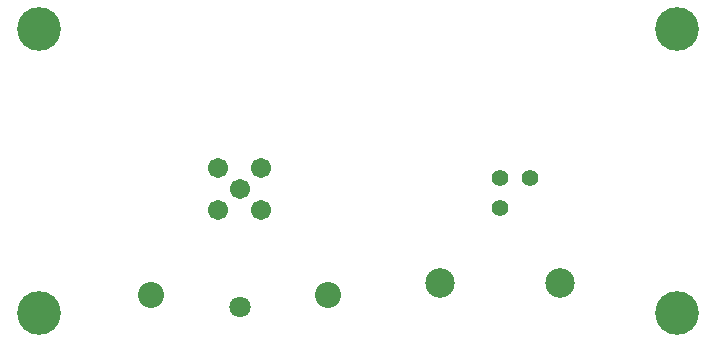
<source format=gbs>
G04*
G04 #@! TF.GenerationSoftware,Altium Limited,Altium Designer,25.8.1 (18)*
G04*
G04 Layer_Color=16711935*
%FSLAX44Y44*%
%MOMM*%
G71*
G04*
G04 #@! TF.SameCoordinates,C19CE461-91EB-44EE-881C-4A3BDBF79EA7*
G04*
G04*
G04 #@! TF.FilePolarity,Negative*
G04*
G01*
G75*
%ADD15C,1.4032*%
%ADD16C,2.5032*%
%ADD17C,1.8032*%
%ADD18C,3.7032*%
%ADD19C,1.7032*%
%ADD20C,2.2032*%
D15*
X420000Y119100D02*
D03*
X445400Y144500D02*
D03*
X420000D02*
D03*
D16*
X470800Y55600D02*
D03*
X369200D02*
D03*
D17*
X200000Y35000D02*
D03*
D18*
X30000Y30000D02*
D03*
X570000D02*
D03*
Y270000D02*
D03*
X30000D02*
D03*
D19*
X200000Y135000D02*
D03*
X182000Y117000D02*
D03*
X218000D02*
D03*
Y153000D02*
D03*
X182000D02*
D03*
D20*
X275000Y45000D02*
D03*
X125000D02*
D03*
M02*

</source>
